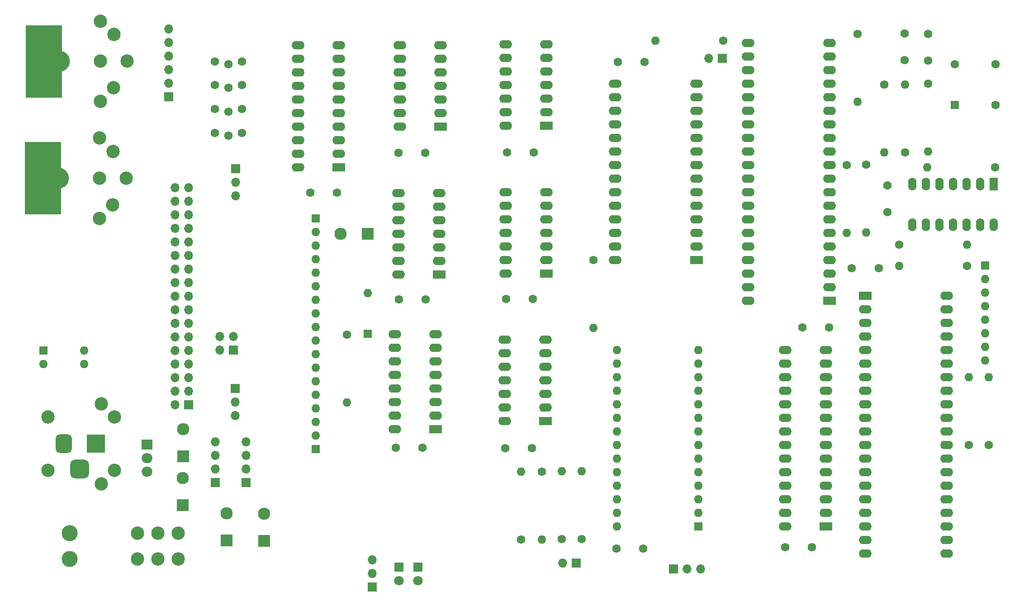
<source format=gbr>
%TF.GenerationSoftware,KiCad,Pcbnew,9.0.4*%
%TF.CreationDate,2025-09-17T18:39:37-04:00*%
%TF.ProjectId,C1581,43313538-312e-46b6-9963-61645f706362,V2*%
%TF.SameCoordinates,Original*%
%TF.FileFunction,Soldermask,Top*%
%TF.FilePolarity,Negative*%
%FSLAX46Y46*%
G04 Gerber Fmt 4.6, Leading zero omitted, Abs format (unit mm)*
G04 Created by KiCad (PCBNEW 9.0.4) date 2025-09-17 18:39:37*
%MOMM*%
%LPD*%
G01*
G04 APERTURE LIST*
G04 Aperture macros list*
%AMRoundRect*
0 Rectangle with rounded corners*
0 $1 Rounding radius*
0 $2 $3 $4 $5 $6 $7 $8 $9 X,Y pos of 4 corners*
0 Add a 4 corners polygon primitive as box body*
4,1,4,$2,$3,$4,$5,$6,$7,$8,$9,$2,$3,0*
0 Add four circle primitives for the rounded corners*
1,1,$1+$1,$2,$3*
1,1,$1+$1,$4,$5*
1,1,$1+$1,$6,$7*
1,1,$1+$1,$8,$9*
0 Add four rect primitives between the rounded corners*
20,1,$1+$1,$2,$3,$4,$5,0*
20,1,$1+$1,$4,$5,$6,$7,0*
20,1,$1+$1,$6,$7,$8,$9,0*
20,1,$1+$1,$8,$9,$2,$3,0*%
G04 Aperture macros list end*
%ADD10C,1.955000*%
%ADD11C,0.100000*%
%ADD12R,2.400000X1.600000*%
%ADD13O,2.400000X1.600000*%
%ADD14C,1.600000*%
%ADD15O,1.600000X1.600000*%
%ADD16R,1.600000X1.600000*%
%ADD17R,2.300000X2.300000*%
%ADD18C,2.300000*%
%ADD19R,1.700000X1.700000*%
%ADD20O,1.700000X1.700000*%
%ADD21C,2.500000*%
%ADD22R,2.000000X1.905000*%
%ADD23O,2.000000X1.905000*%
%ADD24C,3.000000*%
%ADD25R,1.600000X2.400000*%
%ADD26O,1.600000X2.400000*%
%ADD27R,1.800000X1.800000*%
%ADD28C,1.800000*%
%ADD29R,3.500000X3.500000*%
%ADD30RoundRect,0.750000X-0.750000X-1.000000X0.750000X-1.000000X0.750000X1.000000X-0.750000X1.000000X0*%
%ADD31RoundRect,0.875000X-0.875000X-0.875000X0.875000X-0.875000X0.875000X0.875000X-0.875000X0.875000X0*%
G04 APERTURE END LIST*
%TO.C,CN3*%
D10*
X60497500Y-45420000D02*
G75*
G02*
X58542500Y-45420000I-977500J0D01*
G01*
X58542500Y-45420000D02*
G75*
G02*
X60497500Y-45420000I977500J0D01*
G01*
D11*
X59932395Y-38691319D02*
X59929011Y-52151000D01*
X53188193Y-52151000D01*
X53170000Y-38689000D01*
X59932395Y-38691319D01*
G36*
X59932395Y-38691319D02*
G01*
X59929011Y-52151000D01*
X53188193Y-52151000D01*
X53170000Y-38689000D01*
X59932395Y-38691319D01*
G37*
%TO.C,CN4*%
D10*
X60327500Y-67310000D02*
G75*
G02*
X58372500Y-67310000I-977500J0D01*
G01*
X58372500Y-67310000D02*
G75*
G02*
X60327500Y-67310000I977500J0D01*
G01*
D11*
X59762395Y-60581319D02*
X59759011Y-74041000D01*
X53018193Y-74041000D01*
X53000000Y-60579000D01*
X59762395Y-60581319D01*
G36*
X59762395Y-60581319D02*
G01*
X59759011Y-74041000D01*
X53018193Y-74041000D01*
X53000000Y-60579000D01*
X59762395Y-60581319D01*
G37*
%TD*%
D12*
%TO.C,U12*%
X150700000Y-57520000D03*
D13*
X150700000Y-54980000D03*
X150700000Y-52440000D03*
X150700000Y-49900000D03*
X150700000Y-47360000D03*
X150700000Y-44820000D03*
X150700000Y-42280000D03*
X143080000Y-42280000D03*
X143080000Y-44820000D03*
X143080000Y-47360000D03*
X143080000Y-49900000D03*
X143080000Y-52440000D03*
X143080000Y-54980000D03*
X143080000Y-57520000D03*
%TD*%
D14*
%TO.C,FB4*%
X222140000Y-49610000D03*
D15*
X222140000Y-62310000D03*
%TD*%
D14*
%TO.C,C14*%
X217700000Y-45260000D03*
X217700000Y-40260000D03*
%TD*%
%TO.C,C5*%
X198620000Y-95290000D03*
X203620000Y-95290000D03*
%TD*%
%TO.C,FB3*%
X217810000Y-62460000D03*
D15*
X217810000Y-49760000D03*
%TD*%
D16*
%TO.C,RP1*%
X107490000Y-74870000D03*
D15*
X107490000Y-77410000D03*
X107490000Y-79950000D03*
X107490000Y-82490000D03*
X107490000Y-85030000D03*
X107490000Y-87570000D03*
X107490000Y-90110000D03*
X107490000Y-92650000D03*
X107490000Y-95190000D03*
%TD*%
D17*
%TO.C,C91*%
X82580000Y-128570000D03*
D18*
X82580000Y-123490000D03*
%TD*%
D19*
%TO.C,J2*%
X92450000Y-106660000D03*
D20*
X92450000Y-109200000D03*
X92450000Y-111740000D03*
%TD*%
D16*
%TO.C,D1*%
X117190000Y-96460000D03*
D15*
X117190000Y-88840000D03*
%TD*%
D21*
%TO.C,CN6*%
X57340000Y-122040000D03*
X57340000Y-112040000D03*
X67340000Y-124540000D03*
X69840000Y-122040000D03*
X69840000Y-112040000D03*
X67340000Y-109540000D03*
%TD*%
D14*
%TO.C,EM3*%
X93675200Y-58826400D03*
X91135200Y-59334400D03*
X88595200Y-58826400D03*
%TD*%
%TO.C,C10*%
X214480000Y-68660000D03*
X214480000Y-73660000D03*
%TD*%
%TO.C,C1*%
X212850000Y-84190000D03*
X207850000Y-84190000D03*
%TD*%
%TO.C,R2*%
X113320000Y-96570000D03*
D15*
X113320000Y-109270000D03*
%TD*%
D14*
%TO.C,R5*%
X183790000Y-41610000D03*
D15*
X171090000Y-41610000D03*
%TD*%
D14*
%TO.C,EM4*%
X93675199Y-54364400D03*
X91135199Y-54872400D03*
X88595199Y-54364400D03*
%TD*%
%TO.C,R1*%
X233500000Y-117260000D03*
D15*
X233500000Y-104560000D03*
%TD*%
D19*
%TO.C,J3*%
X92040000Y-99530000D03*
D20*
X89500000Y-99530000D03*
X92040000Y-96990000D03*
X89500000Y-96990000D03*
%TD*%
D14*
%TO.C,C3*%
X195330000Y-136410000D03*
X200330000Y-136410000D03*
%TD*%
D19*
%TO.C,J1*%
X92510000Y-65560000D03*
D20*
X92510000Y-68100000D03*
X92510000Y-70640000D03*
%TD*%
D19*
%TO.C,J5*%
X156290000Y-139380000D03*
D20*
X153750000Y-139380000D03*
%TD*%
D14*
%TO.C,R10*%
X229410000Y-83720000D03*
D15*
X216710000Y-83720000D03*
%TD*%
D17*
%TO.C,C20*%
X117190000Y-77690000D03*
D18*
X112110000Y-77690000D03*
%TD*%
D14*
%TO.C,C15*%
X222080000Y-45330000D03*
X222080000Y-40330000D03*
%TD*%
D17*
%TO.C,C90*%
X82640000Y-119350000D03*
D18*
X82640000Y-114270000D03*
%TD*%
D14*
%TO.C,EM2*%
X93645200Y-45504400D03*
X91105200Y-46012400D03*
X88565200Y-45504400D03*
%TD*%
%TO.C,FB1*%
X229760000Y-117240000D03*
D15*
X229760000Y-104540000D03*
%TD*%
D12*
%TO.C,U3*%
X202950000Y-132530000D03*
D13*
X202950000Y-129990000D03*
X202950000Y-127450000D03*
X202950000Y-124910000D03*
X202950000Y-122370000D03*
X202950000Y-119830000D03*
X202950000Y-117290000D03*
X202950000Y-114750000D03*
X202950000Y-112210000D03*
X202950000Y-109670000D03*
X202950000Y-107130000D03*
X202950000Y-104590000D03*
X202950000Y-102050000D03*
X202950000Y-99510000D03*
X195330000Y-99510000D03*
X195330000Y-102050000D03*
X195330000Y-104590000D03*
X195330000Y-107130000D03*
X195330000Y-109670000D03*
X195330000Y-112210000D03*
X195330000Y-114750000D03*
X195330000Y-117290000D03*
X195330000Y-119830000D03*
X195330000Y-122370000D03*
X195330000Y-124910000D03*
X195330000Y-127450000D03*
X195330000Y-129990000D03*
X195330000Y-132530000D03*
%TD*%
D14*
%TO.C,R14*%
X157280000Y-134920000D03*
D15*
X157280000Y-122220000D03*
%TD*%
D16*
%TO.C,SW1*%
X56510000Y-99560000D03*
D15*
X56510000Y-102100000D03*
X64130000Y-102100000D03*
X64130000Y-99560000D03*
%TD*%
D14*
%TO.C,FB2*%
X210550000Y-64790000D03*
D15*
X210550000Y-77490000D03*
%TD*%
D14*
%TO.C,C11*%
X142980000Y-117900000D03*
X147980000Y-117900000D03*
%TD*%
%TO.C,R12*%
X153520000Y-134920000D03*
D15*
X153520000Y-122220000D03*
%TD*%
D12*
%TO.C,U13*%
X111790000Y-65300000D03*
D13*
X111790000Y-62760000D03*
X111790000Y-60220000D03*
X111790000Y-57680000D03*
X111790000Y-55140000D03*
X111790000Y-52600000D03*
X111790000Y-50060000D03*
X111790000Y-47520000D03*
X111790000Y-44980000D03*
X111790000Y-42440000D03*
X104170000Y-42440000D03*
X104170000Y-44980000D03*
X104170000Y-47520000D03*
X104170000Y-50060000D03*
X104170000Y-52600000D03*
X104170000Y-55140000D03*
X104170000Y-57680000D03*
X104170000Y-60220000D03*
X104170000Y-62760000D03*
X104170000Y-65300000D03*
%TD*%
D22*
%TO.C,U90*%
X75915000Y-117180000D03*
D23*
X75915000Y-119720000D03*
X75915000Y-122260000D03*
%TD*%
D24*
%TO.C,SW2*%
X61430000Y-133740000D03*
X61430000Y-138570000D03*
D21*
X74130000Y-133740000D03*
X77940000Y-133740000D03*
X81750000Y-133740000D03*
X74130000Y-138570000D03*
X77940000Y-138570000D03*
X81750000Y-138570000D03*
%TD*%
D14*
%TO.C,C8*%
X143120000Y-89940000D03*
X148120000Y-89940000D03*
%TD*%
D19*
%TO.C,CN2*%
X83720000Y-109740000D03*
D20*
X81180000Y-109740000D03*
X83720000Y-107200000D03*
X81180000Y-107200000D03*
X83720000Y-104660000D03*
X81180000Y-104660000D03*
X83720000Y-102120000D03*
X81180000Y-102120000D03*
X83720000Y-99580000D03*
X81180000Y-99580000D03*
X83720000Y-97040000D03*
X81180000Y-97040000D03*
X83720000Y-94500000D03*
X81180000Y-94500000D03*
X83720000Y-91960000D03*
X81180000Y-91960000D03*
X83720000Y-89420000D03*
X81180000Y-89420000D03*
X83720000Y-86880000D03*
X81180000Y-86880000D03*
X83720000Y-84340000D03*
X81180000Y-84340000D03*
X83720000Y-81800000D03*
X81180000Y-81800000D03*
X83720000Y-79260000D03*
X81180000Y-79260000D03*
X83720000Y-76720000D03*
X81180000Y-76720000D03*
X83720000Y-74180000D03*
X81180000Y-74180000D03*
X83720000Y-71640000D03*
X81180000Y-71640000D03*
X83720000Y-69100000D03*
X81180000Y-69100000D03*
%TD*%
D25*
%TO.C,U10*%
X234390000Y-68400000D03*
D26*
X231850000Y-68400000D03*
X229310000Y-68400000D03*
X226770000Y-68400000D03*
X224230000Y-68400000D03*
X221690000Y-68400000D03*
X219150000Y-68400000D03*
X219150000Y-76020000D03*
X221690000Y-76020000D03*
X224230000Y-76020000D03*
X226770000Y-76020000D03*
X229310000Y-76020000D03*
X231850000Y-76020000D03*
X234390000Y-76020000D03*
%TD*%
D19*
%TO.C,CN1*%
X94410000Y-124293662D03*
D20*
X94410000Y-121753662D03*
X94410000Y-119213662D03*
X94410000Y-116673662D03*
%TD*%
D19*
%TO.C,JP1*%
X183620000Y-44920000D03*
D20*
X181080000Y-44920000D03*
%TD*%
D14*
%TO.C,FB5*%
X216690000Y-79750000D03*
D15*
X229390000Y-79750000D03*
%TD*%
D27*
%TO.C,D3*%
X123040000Y-140145000D03*
D28*
X123040000Y-142685000D03*
%TD*%
D14*
%TO.C,R4*%
X159450000Y-82680000D03*
D15*
X159450000Y-95380000D03*
%TD*%
D14*
%TO.C,R13*%
X149820000Y-122230000D03*
D15*
X149820000Y-134930000D03*
%TD*%
D14*
%TO.C,C4*%
X164050000Y-45540000D03*
X169050000Y-45540000D03*
%TD*%
%TO.C,FB6*%
X208890000Y-40350000D03*
D15*
X208890000Y-53050000D03*
%TD*%
D19*
%TO.C,CN9*%
X118090000Y-143860000D03*
D20*
X118090000Y-141320000D03*
X118090000Y-138780000D03*
%TD*%
D14*
%TO.C,C9*%
X122990000Y-62600000D03*
X127990000Y-62600000D03*
%TD*%
D12*
%TO.C,U4*%
X178750000Y-82640000D03*
D13*
X178750000Y-80100000D03*
X178750000Y-77560000D03*
X178750000Y-75020000D03*
X178750000Y-72480000D03*
X178750000Y-69940000D03*
X178750000Y-67400000D03*
X178750000Y-64860000D03*
X178750000Y-62320000D03*
X178750000Y-59780000D03*
X178750000Y-57240000D03*
X178750000Y-54700000D03*
X178750000Y-52160000D03*
X178750000Y-49620000D03*
X163510000Y-49620000D03*
X163510000Y-52160000D03*
X163510000Y-54700000D03*
X163510000Y-57240000D03*
X163510000Y-59780000D03*
X163510000Y-62320000D03*
X163510000Y-64860000D03*
X163510000Y-67400000D03*
X163510000Y-69940000D03*
X163510000Y-72480000D03*
X163510000Y-75020000D03*
X163510000Y-77560000D03*
X163510000Y-80100000D03*
X163510000Y-82640000D03*
%TD*%
D14*
%TO.C,EM1*%
X93665200Y-49864400D03*
X91125200Y-50372400D03*
X88585200Y-49864400D03*
%TD*%
%TO.C,C12*%
X143310000Y-62490000D03*
X148310000Y-62490000D03*
%TD*%
%TO.C,C13*%
X106470000Y-69990000D03*
X111470000Y-69990000D03*
%TD*%
%TO.C,C7*%
X123050000Y-89970000D03*
X128050000Y-89970000D03*
%TD*%
%TO.C,C2*%
X163780000Y-136680000D03*
X168780000Y-136680000D03*
%TD*%
%TO.C,R3*%
X206910000Y-64820000D03*
D15*
X206910000Y-77520000D03*
%TD*%
D19*
%TO.C,CN8*%
X88680000Y-124293662D03*
D20*
X88680000Y-121753662D03*
X88680000Y-119213662D03*
X88680000Y-116673662D03*
%TD*%
D12*
%TO.C,U1*%
X210340000Y-89330000D03*
D13*
X210340000Y-91870000D03*
X210340000Y-94410000D03*
X210340000Y-96950000D03*
X210340000Y-99490000D03*
X210340000Y-102030000D03*
X210340000Y-104570000D03*
X210340000Y-107110000D03*
X210340000Y-109650000D03*
X210340000Y-112190000D03*
X210340000Y-114730000D03*
X210340000Y-117270000D03*
X210340000Y-119810000D03*
X210340000Y-122350000D03*
X210340000Y-124890000D03*
X210340000Y-127430000D03*
X210340000Y-129970000D03*
X210340000Y-132510000D03*
X210340000Y-135050000D03*
X210340000Y-137590000D03*
X225580000Y-137590000D03*
X225580000Y-135050000D03*
X225580000Y-132510000D03*
X225580000Y-129970000D03*
X225580000Y-127430000D03*
X225580000Y-124890000D03*
X225580000Y-122350000D03*
X225580000Y-119810000D03*
X225580000Y-117270000D03*
X225580000Y-114730000D03*
X225580000Y-112190000D03*
X225580000Y-109650000D03*
X225580000Y-107110000D03*
X225580000Y-104570000D03*
X225580000Y-102030000D03*
X225580000Y-99490000D03*
X225580000Y-96950000D03*
X225580000Y-94410000D03*
X225580000Y-91870000D03*
X225580000Y-89330000D03*
%TD*%
D12*
%TO.C,U7*%
X130560000Y-85350000D03*
D13*
X130560000Y-82810000D03*
X130560000Y-80270000D03*
X130560000Y-77730000D03*
X130560000Y-75190000D03*
X130560000Y-72650000D03*
X130560000Y-70110000D03*
X122940000Y-70110000D03*
X122940000Y-72650000D03*
X122940000Y-75190000D03*
X122940000Y-77730000D03*
X122940000Y-80270000D03*
X122940000Y-82810000D03*
X122940000Y-85350000D03*
%TD*%
D14*
%TO.C,R11*%
X213920000Y-49760000D03*
D15*
X213920000Y-62460000D03*
%TD*%
D19*
%TO.C,CN5*%
X174460000Y-140470000D03*
D20*
X177000000Y-140470000D03*
X179540000Y-140470000D03*
%TD*%
D16*
%TO.C,X1*%
X227120000Y-53620000D03*
D14*
X234740000Y-53620000D03*
X234740000Y-46000000D03*
X227120000Y-46000000D03*
%TD*%
D12*
%TO.C,U5*%
X203630000Y-90290000D03*
D13*
X203630000Y-87750000D03*
X203630000Y-85210000D03*
X203630000Y-82670000D03*
X203630000Y-80130000D03*
X203630000Y-77590000D03*
X203630000Y-75050000D03*
X203630000Y-72510000D03*
X203630000Y-69970000D03*
X203630000Y-67430000D03*
X203630000Y-64890000D03*
X203630000Y-62350000D03*
X203630000Y-59810000D03*
X203630000Y-57270000D03*
X203630000Y-54730000D03*
X203630000Y-52190000D03*
X203630000Y-49650000D03*
X203630000Y-47110000D03*
X203630000Y-44570000D03*
X203630000Y-42030000D03*
X188390000Y-42030000D03*
X188390000Y-44570000D03*
X188390000Y-47110000D03*
X188390000Y-49650000D03*
X188390000Y-52190000D03*
X188390000Y-54730000D03*
X188390000Y-57270000D03*
X188390000Y-59810000D03*
X188390000Y-62350000D03*
X188390000Y-64890000D03*
X188390000Y-67430000D03*
X188390000Y-69970000D03*
X188390000Y-72510000D03*
X188390000Y-75050000D03*
X188390000Y-77590000D03*
X188390000Y-80130000D03*
X188390000Y-82670000D03*
X188390000Y-85210000D03*
X188390000Y-87750000D03*
X188390000Y-90290000D03*
%TD*%
D14*
%TO.C,C6*%
X122500000Y-117740000D03*
X127500000Y-117740000D03*
%TD*%
D16*
%TO.C,RP2*%
X232770000Y-83660000D03*
D15*
X232770000Y-86200000D03*
X232770000Y-88740000D03*
X232770000Y-91280000D03*
X232770000Y-93820000D03*
X232770000Y-96360000D03*
X232770000Y-98900000D03*
X232770000Y-101440000D03*
%TD*%
D21*
%TO.C,CN3*%
X67140000Y-52920000D03*
X57140000Y-50420000D03*
X69640000Y-50420000D03*
D24*
X59520000Y-45420000D03*
D21*
X57140000Y-40420000D03*
X67140000Y-45420000D03*
X69680000Y-40420000D03*
X67140000Y-37920000D03*
X72140000Y-45420000D03*
%TD*%
D19*
%TO.C,CN7*%
X79950000Y-52110000D03*
D20*
X79950000Y-49570000D03*
X79950000Y-47030000D03*
X79950000Y-44490000D03*
X79950000Y-41950000D03*
X79950000Y-39410000D03*
%TD*%
D17*
%TO.C,C18*%
X90800000Y-135170000D03*
D18*
X90800000Y-130090000D03*
%TD*%
D12*
%TO.C,U6*%
X129910000Y-114270000D03*
D13*
X129910000Y-111730000D03*
X129910000Y-109190000D03*
X129910000Y-106650000D03*
X129910000Y-104110000D03*
X129910000Y-101570000D03*
X129910000Y-99030000D03*
X129910000Y-96490000D03*
X122290000Y-96490000D03*
X122290000Y-99030000D03*
X122290000Y-101570000D03*
X122290000Y-104110000D03*
X122290000Y-106650000D03*
X122290000Y-109190000D03*
X122290000Y-111730000D03*
X122290000Y-114270000D03*
%TD*%
D12*
%TO.C,U8*%
X150640000Y-85180000D03*
D13*
X150640000Y-82640000D03*
X150640000Y-80100000D03*
X150640000Y-77560000D03*
X150640000Y-75020000D03*
X150640000Y-72480000D03*
X150640000Y-69940000D03*
X143020000Y-69940000D03*
X143020000Y-72480000D03*
X143020000Y-75020000D03*
X143020000Y-77560000D03*
X143020000Y-80100000D03*
X143020000Y-82640000D03*
X143020000Y-85180000D03*
%TD*%
D16*
%TO.C,U2*%
X179070000Y-132500000D03*
D15*
X179070000Y-129960000D03*
X179070000Y-127420000D03*
X179070000Y-124880000D03*
X179070000Y-122340000D03*
X179070000Y-119800000D03*
X179070000Y-117260000D03*
X179070000Y-114720000D03*
X179070000Y-112180000D03*
X179070000Y-109640000D03*
X179070000Y-107100000D03*
X179070000Y-104560000D03*
X179070000Y-102020000D03*
X179070000Y-99480000D03*
X163830000Y-99480000D03*
X163830000Y-102020000D03*
X163830000Y-104560000D03*
X163830000Y-107100000D03*
X163830000Y-109640000D03*
X163830000Y-112180000D03*
X163830000Y-114720000D03*
X163830000Y-117260000D03*
X163830000Y-119800000D03*
X163830000Y-122340000D03*
X163830000Y-124880000D03*
X163830000Y-127420000D03*
X163830000Y-129960000D03*
X163830000Y-132500000D03*
%TD*%
D29*
%TO.C,J90*%
X66310000Y-117040000D03*
D30*
X60310000Y-117040000D03*
D31*
X63310000Y-121740000D03*
%TD*%
D16*
%TO.C,RP11*%
X107500000Y-118070000D03*
D15*
X107500000Y-115530000D03*
X107500000Y-112990000D03*
X107500000Y-110450000D03*
X107500000Y-107910000D03*
X107500000Y-105370000D03*
X107500000Y-102830000D03*
X107500000Y-100290000D03*
X107500000Y-97750000D03*
%TD*%
D14*
%TO.C,R6*%
X145940000Y-134960000D03*
D15*
X145940000Y-122260000D03*
%TD*%
D21*
%TO.C,CN4*%
X66970000Y-74810000D03*
X56970000Y-72310000D03*
X69470000Y-72310000D03*
D24*
X59350000Y-67310000D03*
D21*
X56970000Y-62310000D03*
X66970000Y-67310000D03*
X69510000Y-62310000D03*
X66970000Y-59810000D03*
X71970000Y-67310000D03*
%TD*%
D12*
%TO.C,U11*%
X150510000Y-112800000D03*
D13*
X150510000Y-110260000D03*
X150510000Y-107720000D03*
X150510000Y-105180000D03*
X150510000Y-102640000D03*
X150510000Y-100100000D03*
X150510000Y-97560000D03*
X142890000Y-97560000D03*
X142890000Y-100100000D03*
X142890000Y-102640000D03*
X142890000Y-105180000D03*
X142890000Y-107720000D03*
X142890000Y-110260000D03*
X142890000Y-112800000D03*
%TD*%
D12*
%TO.C,U9*%
X130830000Y-57630000D03*
D13*
X130830000Y-55090000D03*
X130830000Y-52550000D03*
X130830000Y-50010000D03*
X130830000Y-47470000D03*
X130830000Y-44930000D03*
X130830000Y-42390000D03*
X123210000Y-42390000D03*
X123210000Y-44930000D03*
X123210000Y-47470000D03*
X123210000Y-50010000D03*
X123210000Y-52550000D03*
X123210000Y-55090000D03*
X123210000Y-57630000D03*
%TD*%
D27*
%TO.C,D2*%
X126590000Y-140130000D03*
D28*
X126590000Y-142670000D03*
%TD*%
D14*
%TO.C,R9*%
X234660000Y-65300000D03*
D15*
X221960000Y-65300000D03*
%TD*%
D17*
%TO.C,C22*%
X97800000Y-135180000D03*
D18*
X97800000Y-130100000D03*
%TD*%
M02*

</source>
